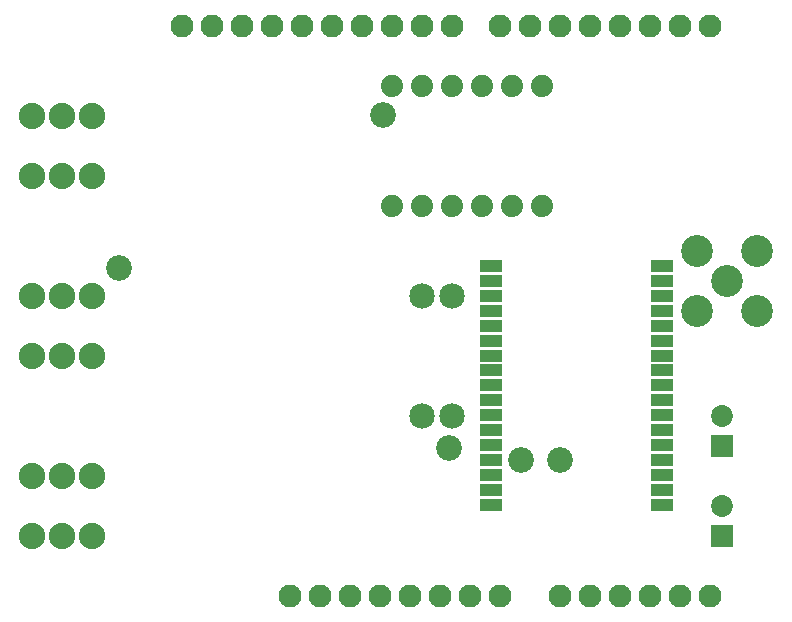
<source format=gts>
G04 MADE WITH FRITZING*
G04 WWW.FRITZING.ORG*
G04 DOUBLE SIDED*
G04 HOLES PLATED*
G04 CONTOUR ON CENTER OF CONTOUR VECTOR*
%ASAXBY*%
%FSLAX23Y23*%
%MOIN*%
%OFA0B0*%
%SFA1.0B1.0*%
%ADD10C,0.072992*%
%ADD11C,0.085000*%
%ADD12C,0.074000*%
%ADD13C,0.088000*%
%ADD14C,0.106384*%
%ADD15C,0.106385*%
%ADD16C,0.076194*%
%ADD17C,0.076222*%
%ADD18C,0.085433*%
%ADD19R,0.072992X0.072992*%
%ADD20R,0.072992X0.041496*%
%LNMASK1*%
G90*
G70*
G54D10*
X2565Y626D03*
X2565Y725D03*
X2565Y326D03*
X2565Y425D03*
G54D11*
X1665Y1126D03*
X1665Y726D03*
X1565Y1126D03*
X1565Y726D03*
G54D12*
X1865Y1426D03*
X1765Y1426D03*
X1665Y1426D03*
X1565Y1426D03*
X1465Y1426D03*
X1465Y1826D03*
X1565Y1826D03*
X1665Y1826D03*
X1765Y1826D03*
X1865Y1826D03*
X1965Y1826D03*
X1965Y1426D03*
G54D13*
X465Y526D03*
X365Y526D03*
X265Y526D03*
X465Y1126D03*
X365Y1126D03*
X265Y1126D03*
X465Y1726D03*
X365Y1726D03*
X265Y1726D03*
G54D14*
X2482Y1276D03*
G54D15*
X2582Y1176D03*
G54D14*
X2482Y1076D03*
G54D15*
X2682Y1076D03*
X2682Y1276D03*
G54D16*
X2125Y126D03*
X2225Y126D03*
X2325Y126D03*
X2425Y126D03*
X2525Y126D03*
G54D17*
X1665Y2026D03*
X1565Y2026D03*
X1465Y2026D03*
X1365Y2026D03*
X1265Y2026D03*
X1165Y2026D03*
X1065Y2026D03*
X965Y2026D03*
X865Y2026D03*
X765Y2026D03*
X2525Y2026D03*
X2425Y2026D03*
X2325Y2026D03*
X2225Y2026D03*
X2125Y2026D03*
X2025Y2026D03*
X1925Y2026D03*
X1825Y2026D03*
G54D16*
X1225Y126D03*
X1125Y126D03*
X1325Y126D03*
X1425Y126D03*
X1525Y126D03*
X1625Y126D03*
X1725Y126D03*
X1825Y126D03*
X2025Y126D03*
G54D13*
X465Y326D03*
X365Y326D03*
X265Y326D03*
X465Y926D03*
X365Y926D03*
X265Y926D03*
X465Y1526D03*
X365Y1526D03*
X265Y1526D03*
G54D18*
X1895Y578D03*
X1655Y618D03*
X555Y1218D03*
X1435Y1728D03*
X2025Y578D03*
G54D19*
X2565Y626D03*
X2565Y326D03*
G54D20*
X1794Y1226D03*
X1794Y1176D03*
X1794Y1126D03*
X1794Y1076D03*
X1794Y1026D03*
X1794Y976D03*
X1794Y926D03*
X1794Y877D03*
X1794Y827D03*
X1794Y777D03*
X1794Y727D03*
X1794Y677D03*
X1794Y627D03*
X1794Y577D03*
X1794Y527D03*
X1794Y477D03*
X1794Y427D03*
X2365Y1226D03*
X2365Y1176D03*
X2365Y1126D03*
X2365Y1076D03*
X2365Y1026D03*
X2365Y976D03*
X2365Y926D03*
X2365Y877D03*
X2365Y827D03*
X2365Y777D03*
X2365Y727D03*
X2365Y677D03*
X2365Y627D03*
X2365Y577D03*
X2365Y527D03*
X2365Y477D03*
X2365Y427D03*
G04 End of Mask1*
M02*
</source>
